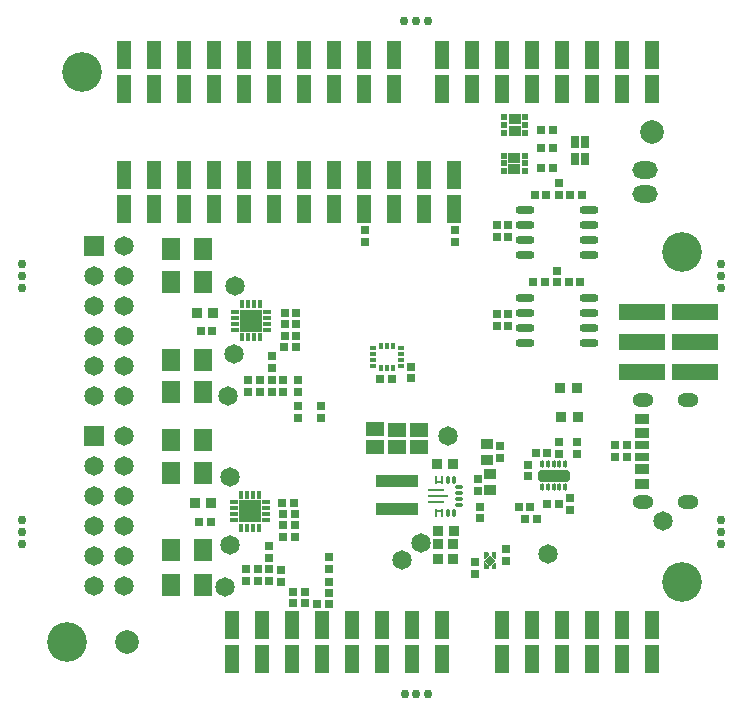
<source format=gts>
G04*
G04 #@! TF.GenerationSoftware,Altium Limited,Altium Designer,23.1.1 (15)*
G04*
G04 Layer_Color=8388736*
%FSLAX24Y24*%
%MOIN*%
G70*
G04*
G04 #@! TF.SameCoordinates,0A79AF00-5A7F-476D-9868-4C47CD430A8F*
G04*
G04*
G04 #@! TF.FilePolarity,Negative*
G04*
G01*
G75*
%ADD22R,0.0197X0.0098*%
G04:AMPARAMS|DCode=47|XSize=9.8mil|YSize=23.6mil|CornerRadius=1.5mil|HoleSize=0mil|Usage=FLASHONLY|Rotation=180.000|XOffset=0mil|YOffset=0mil|HoleType=Round|Shape=RoundedRectangle|*
%AMROUNDEDRECTD47*
21,1,0.0098,0.0207,0,0,180.0*
21,1,0.0069,0.0236,0,0,180.0*
1,1,0.0030,-0.0034,0.0103*
1,1,0.0030,0.0034,0.0103*
1,1,0.0030,0.0034,-0.0103*
1,1,0.0030,-0.0034,-0.0103*
%
%ADD47ROUNDEDRECTD47*%
%ADD54R,0.0592X0.0769*%
%ADD55R,0.0256X0.0276*%
%ADD56R,0.0276X0.0256*%
%ADD57R,0.0462X0.0922*%
%ADD58R,0.1560X0.0560*%
%ADD59C,0.0787*%
%ADD60R,0.0360X0.0380*%
%ADD61R,0.0512X0.0354*%
%ADD62R,0.0512X0.0339*%
%ADD63R,0.0512X0.0315*%
%ADD64R,0.0375X0.0355*%
%ADD65P,0.0334X4X90.0*%
%ADD66R,0.0118X0.0091*%
%ADD67R,0.0257X0.0296*%
%ADD68R,0.0157X0.0287*%
%ADD69R,0.0287X0.0157*%
%ADD70R,0.0768X0.0768*%
%ADD71R,0.0247X0.0158*%
%ADD72R,0.0158X0.0247*%
%ADD73R,0.0611X0.0493*%
%ADD74R,0.0355X0.0375*%
%ADD75R,0.1399X0.0446*%
%ADD76R,0.1399X0.0446*%
%ADD77R,0.0395X0.0375*%
G04:AMPARAMS|DCode=78|XSize=13.8mil|YSize=27.6mil|CornerRadius=4.4mil|HoleSize=0mil|Usage=FLASHONLY|Rotation=270.000|XOffset=0mil|YOffset=0mil|HoleType=Round|Shape=RoundedRectangle|*
%AMROUNDEDRECTD78*
21,1,0.0138,0.0187,0,0,270.0*
21,1,0.0049,0.0276,0,0,270.0*
1,1,0.0089,-0.0094,-0.0025*
1,1,0.0089,-0.0094,0.0025*
1,1,0.0089,0.0094,0.0025*
1,1,0.0089,0.0094,-0.0025*
%
%ADD78ROUNDEDRECTD78*%
G04:AMPARAMS|DCode=79|XSize=13.8mil|YSize=27.6mil|CornerRadius=4.4mil|HoleSize=0mil|Usage=FLASHONLY|Rotation=180.000|XOffset=0mil|YOffset=0mil|HoleType=Round|Shape=RoundedRectangle|*
%AMROUNDEDRECTD79*
21,1,0.0138,0.0187,0,0,180.0*
21,1,0.0049,0.0276,0,0,180.0*
1,1,0.0089,-0.0025,0.0094*
1,1,0.0089,0.0025,0.0094*
1,1,0.0089,0.0025,-0.0094*
1,1,0.0089,-0.0025,-0.0094*
%
%ADD79ROUNDEDRECTD79*%
G04:AMPARAMS|DCode=80|XSize=9.8mil|YSize=53.1mil|CornerRadius=1.5mil|HoleSize=0mil|Usage=FLASHONLY|Rotation=270.000|XOffset=0mil|YOffset=0mil|HoleType=Round|Shape=RoundedRectangle|*
%AMROUNDEDRECTD80*
21,1,0.0098,0.0502,0,0,270.0*
21,1,0.0069,0.0531,0,0,270.0*
1,1,0.0030,-0.0251,-0.0034*
1,1,0.0030,-0.0251,0.0034*
1,1,0.0030,0.0251,0.0034*
1,1,0.0030,0.0251,-0.0034*
%
%ADD80ROUNDEDRECTD80*%
G04:AMPARAMS|DCode=81|XSize=9.8mil|YSize=66.9mil|CornerRadius=1.5mil|HoleSize=0mil|Usage=FLASHONLY|Rotation=270.000|XOffset=0mil|YOffset=0mil|HoleType=Round|Shape=RoundedRectangle|*
%AMROUNDEDRECTD81*
21,1,0.0098,0.0640,0,0,270.0*
21,1,0.0069,0.0669,0,0,270.0*
1,1,0.0030,-0.0320,-0.0034*
1,1,0.0030,-0.0320,0.0034*
1,1,0.0030,0.0320,0.0034*
1,1,0.0030,0.0320,-0.0034*
%
%ADD81ROUNDEDRECTD81*%
%ADD82C,0.0651*%
%ADD83O,0.0631X0.0296*%
%ADD84R,0.0316X0.0395*%
%ADD85R,0.0220X0.0209*%
%ADD86R,0.0406X0.0323*%
G04:AMPARAMS|DCode=87|XSize=39.4mil|YSize=106.3mil|CornerRadius=6.4mil|HoleSize=0mil|Usage=FLASHONLY|Rotation=270.000|XOffset=0mil|YOffset=0mil|HoleType=Round|Shape=RoundedRectangle|*
%AMROUNDEDRECTD87*
21,1,0.0394,0.0935,0,0,270.0*
21,1,0.0266,0.1063,0,0,270.0*
1,1,0.0128,-0.0468,-0.0133*
1,1,0.0128,-0.0468,0.0133*
1,1,0.0128,0.0468,0.0133*
1,1,0.0128,0.0468,-0.0133*
%
%ADD87ROUNDEDRECTD87*%
G04:AMPARAMS|DCode=88|XSize=23.6mil|YSize=13.8mil|CornerRadius=4.4mil|HoleSize=0mil|Usage=FLASHONLY|Rotation=90.000|XOffset=0mil|YOffset=0mil|HoleType=Round|Shape=RoundedRectangle|*
%AMROUNDEDRECTD88*
21,1,0.0236,0.0049,0,0,90.0*
21,1,0.0148,0.0138,0,0,90.0*
1,1,0.0089,0.0025,0.0074*
1,1,0.0089,0.0025,-0.0074*
1,1,0.0089,-0.0025,-0.0074*
1,1,0.0089,-0.0025,0.0074*
%
%ADD88ROUNDEDRECTD88*%
%ADD89R,0.0296X0.0257*%
%ADD90O,0.0709X0.0472*%
%ADD91R,0.0651X0.0651*%
%ADD92O,0.0847X0.0572*%
%ADD93C,0.0296*%
%ADD94C,0.1320*%
G36*
X15411Y4404D02*
X15413Y4404D01*
X15416Y4403D01*
X15417Y4403D01*
X15420Y4401D01*
X15422Y4400D01*
X15423Y4399D01*
X15423Y4399D01*
X15542Y4281D01*
X15542Y4281D01*
X15543Y4279D01*
X15544Y4278D01*
X15546Y4274D01*
X15547Y4270D01*
X15547Y4270D01*
X15547Y4267D01*
X15547Y4267D01*
Y4176D01*
X15547Y4172D01*
X15546Y4168D01*
X15544Y4165D01*
X15542Y4162D01*
X15539Y4160D01*
X15535Y4158D01*
X15531Y4157D01*
X15528Y4156D01*
X15409D01*
X15406Y4157D01*
X15402Y4158D01*
X15398Y4160D01*
X15395Y4162D01*
X15393Y4165D01*
X15391Y4168D01*
X15390Y4172D01*
X15390Y4176D01*
X15390Y4385D01*
X15390Y4385D01*
X15390Y4387D01*
X15390Y4389D01*
X15391Y4391D01*
X15391Y4392D01*
X15393Y4396D01*
X15394Y4397D01*
X15395Y4399D01*
X15397Y4400D01*
X15398Y4401D01*
X15402Y4403D01*
X15406Y4404D01*
X15406Y4404D01*
X15409Y4404D01*
X15411Y4404D01*
D02*
G37*
G36*
X15744Y4365D02*
X15783D01*
X15787Y4365D01*
X15791Y4364D01*
X15794Y4362D01*
X15797Y4359D01*
X15800Y4356D01*
X15802Y4353D01*
X15803Y4349D01*
X15803Y4345D01*
Y4176D01*
X15803Y4172D01*
X15802Y4168D01*
X15800Y4165D01*
X15797Y4162D01*
X15794Y4160D01*
X15791Y4158D01*
X15787Y4157D01*
X15783Y4156D01*
X15665D01*
X15661Y4157D01*
X15658Y4158D01*
X15654Y4160D01*
X15651Y4162D01*
X15649Y4165D01*
X15647Y4168D01*
X15646Y4172D01*
X15646Y4176D01*
Y4267D01*
X15646Y4270D01*
X15647Y4273D01*
X15647Y4274D01*
X15649Y4278D01*
X15651Y4281D01*
X15651Y4281D01*
X15730Y4359D01*
X15733Y4362D01*
X15737Y4364D01*
X15737Y4364D01*
X15740Y4365D01*
X15742Y4365D01*
X15744Y4365D01*
X15744Y4365D01*
D02*
G37*
G36*
X15531Y4707D02*
X15535Y4706D01*
X15539Y4704D01*
X15542Y4702D01*
X15544Y4699D01*
X15546Y4695D01*
X15547Y4692D01*
X15547Y4688D01*
Y4597D01*
X15547Y4593D01*
X15546Y4591D01*
X15546Y4590D01*
X15544Y4586D01*
X15542Y4583D01*
X15542Y4583D01*
X15463Y4505D01*
X15460Y4502D01*
X15456Y4500D01*
X15456Y4500D01*
X15453Y4499D01*
X15451Y4499D01*
X15449Y4499D01*
X15449Y4499D01*
X15409D01*
X15406Y4499D01*
X15402Y4500D01*
X15398Y4502D01*
X15395Y4505D01*
X15393Y4508D01*
X15391Y4511D01*
X15390Y4515D01*
X15390Y4518D01*
Y4688D01*
X15390Y4692D01*
X15391Y4695D01*
X15393Y4699D01*
X15395Y4702D01*
X15398Y4704D01*
X15402Y4706D01*
X15406Y4707D01*
X15409Y4708D01*
X15528D01*
X15531Y4707D01*
D02*
G37*
G36*
X15787D02*
X15791Y4706D01*
X15794Y4704D01*
X15797Y4702D01*
X15800Y4699D01*
X15802Y4695D01*
X15803Y4692D01*
X15803Y4688D01*
Y4518D01*
X15803Y4515D01*
X15802Y4511D01*
X15800Y4508D01*
X15797Y4505D01*
X15794Y4502D01*
X15791Y4500D01*
X15787Y4499D01*
X15783Y4499D01*
X15744D01*
X15744Y4499D01*
X15742Y4499D01*
X15740Y4499D01*
X15737Y4500D01*
X15737Y4500D01*
X15733Y4502D01*
X15730Y4505D01*
X15651Y4583D01*
X15651Y4583D01*
X15649Y4586D01*
X15647Y4590D01*
X15647Y4591D01*
X15646Y4593D01*
X15646Y4597D01*
Y4688D01*
X15646Y4692D01*
X15647Y4695D01*
X15649Y4699D01*
X15651Y4702D01*
X15654Y4704D01*
X15658Y4706D01*
X15661Y4707D01*
X15665Y4708D01*
X15783D01*
X15787Y4707D01*
D02*
G37*
D22*
X13904Y7060D02*
D03*
X13904Y6095D02*
D03*
D47*
X14002Y7129D02*
D03*
X13805D02*
D03*
Y6026D02*
D03*
X14002D02*
D03*
D54*
X4961Y10049D02*
D03*
X6043D02*
D03*
X4961Y14813D02*
D03*
X6043D02*
D03*
X4961Y3612D02*
D03*
X6043D02*
D03*
X4961Y8435D02*
D03*
X6043D02*
D03*
Y11112D02*
D03*
X4961D02*
D03*
Y13713D02*
D03*
X6043D02*
D03*
X4961Y4776D02*
D03*
X6043D02*
D03*
X4961Y7355D02*
D03*
X6043D02*
D03*
D55*
X9199Y10042D02*
D03*
Y10436D02*
D03*
X9189Y9196D02*
D03*
Y9589D02*
D03*
X9435Y3005D02*
D03*
Y3398D02*
D03*
X9041Y3398D02*
D03*
Y3005D02*
D03*
X10222Y3339D02*
D03*
Y3733D02*
D03*
X17890Y8379D02*
D03*
Y7985D02*
D03*
X11413Y15052D02*
D03*
Y15446D02*
D03*
X14425Y15042D02*
D03*
Y15436D02*
D03*
X15813Y15603D02*
D03*
Y15209D02*
D03*
X17880Y17020D02*
D03*
Y16627D02*
D03*
X15833Y12660D02*
D03*
Y12267D02*
D03*
X17831Y14097D02*
D03*
Y13704D02*
D03*
X8697Y10436D02*
D03*
Y10042D02*
D03*
X8323Y11243D02*
D03*
Y10849D02*
D03*
X7929Y10446D02*
D03*
Y10052D02*
D03*
X9976Y9580D02*
D03*
Y9186D02*
D03*
X8618Y4127D02*
D03*
Y3733D02*
D03*
X8244Y4924D02*
D03*
Y4530D02*
D03*
X7860Y4146D02*
D03*
Y3753D02*
D03*
X10213Y4540D02*
D03*
Y4146D02*
D03*
X15252Y6233D02*
D03*
Y5839D02*
D03*
X15921Y8241D02*
D03*
Y7847D02*
D03*
X16866Y7631D02*
D03*
Y7237D02*
D03*
D56*
X10222Y2975D02*
D03*
X9829D02*
D03*
X18274Y16627D02*
D03*
X18667D02*
D03*
X17687Y18182D02*
D03*
X17294D02*
D03*
X16945Y6233D02*
D03*
X16551D02*
D03*
X17476Y16617D02*
D03*
X17083D02*
D03*
X18608Y13704D02*
D03*
X18215D02*
D03*
X17437D02*
D03*
X17043D02*
D03*
X17294Y17532D02*
D03*
X17687D02*
D03*
X17294Y18782D02*
D03*
X17687D02*
D03*
X9130Y11538D02*
D03*
X8736D02*
D03*
X9140Y12680D02*
D03*
X8746D02*
D03*
X9081Y5219D02*
D03*
X8687D02*
D03*
X9071Y6361D02*
D03*
X8677D02*
D03*
X20154Y7877D02*
D03*
X19760D02*
D03*
X20154Y8270D02*
D03*
X19760D02*
D03*
X17486Y6331D02*
D03*
X17880D02*
D03*
X17112Y8024D02*
D03*
X17506D02*
D03*
X16758Y5810D02*
D03*
X17152D02*
D03*
D57*
X10400Y21300D02*
D03*
X6400D02*
D03*
X10400Y20146D02*
D03*
X6400Y20146D02*
D03*
X12400Y21300D02*
D03*
X11400D02*
D03*
X8400D02*
D03*
X7400D02*
D03*
X5400D02*
D03*
X4400D02*
D03*
X12400Y20146D02*
D03*
X11400D02*
D03*
X8400D02*
D03*
X7400D02*
D03*
X5400D02*
D03*
X4400Y20146D02*
D03*
X9400Y21300D02*
D03*
X3400D02*
D03*
X9400Y20146D02*
D03*
X3400D02*
D03*
X9000Y1146D02*
D03*
X13000D02*
D03*
X9000Y2300D02*
D03*
X13000D02*
D03*
X8000Y1146D02*
D03*
X7000D02*
D03*
X12000D02*
D03*
X11000D02*
D03*
X14000D02*
D03*
X8000Y2300D02*
D03*
X7000D02*
D03*
X12000Y2300D02*
D03*
X11000Y2300D02*
D03*
X14000D02*
D03*
X10000Y1146D02*
D03*
Y2300D02*
D03*
X18000Y1146D02*
D03*
Y2300D02*
D03*
X16000Y1146D02*
D03*
X17000D02*
D03*
X20000D02*
D03*
X21000D02*
D03*
X16000Y2300D02*
D03*
X17000D02*
D03*
X20000D02*
D03*
X21000D02*
D03*
X19000Y1146D02*
D03*
X19000Y2300D02*
D03*
X14404Y17300D02*
D03*
Y16146D02*
D03*
X13404Y17300D02*
D03*
Y16146D02*
D03*
X9404Y17300D02*
D03*
Y16146D02*
D03*
X10404Y17300D02*
D03*
Y16146D02*
D03*
X4404Y17300D02*
D03*
Y16146D02*
D03*
X5404D02*
D03*
Y17300D02*
D03*
X6404Y16146D02*
D03*
Y17300D02*
D03*
X8404Y16146D02*
D03*
Y17300D02*
D03*
X7404Y16146D02*
D03*
Y17300D02*
D03*
X3404D02*
D03*
Y16146D02*
D03*
X12404D02*
D03*
Y17300D02*
D03*
X11404Y16146D02*
D03*
Y17300D02*
D03*
X18000Y20146D02*
D03*
Y21300D02*
D03*
X14000Y20146D02*
D03*
X17000D02*
D03*
X16000Y20146D02*
D03*
X21000Y20146D02*
D03*
X20000D02*
D03*
X14000Y21300D02*
D03*
X17000D02*
D03*
X16000D02*
D03*
X21000D02*
D03*
X20000D02*
D03*
X15000Y20146D02*
D03*
X19000D02*
D03*
X15000Y21300D02*
D03*
X19000D02*
D03*
D58*
X22425Y10723D02*
D03*
X20675D02*
D03*
X22425Y11723D02*
D03*
X20675D02*
D03*
X22425Y12723D02*
D03*
X20675D02*
D03*
D59*
X3500Y1723D02*
D03*
X21000Y18723D02*
D03*
D60*
X18519Y9215D02*
D03*
X17968D02*
D03*
X17940Y10170D02*
D03*
X18490D02*
D03*
D61*
X20669Y6991D02*
D03*
Y9156D02*
D03*
D62*
Y8672D02*
D03*
Y7475D02*
D03*
D63*
Y8270D02*
D03*
Y7877D02*
D03*
D64*
X13860Y4469D02*
D03*
Y5000D02*
D03*
X14352D02*
D03*
Y4469D02*
D03*
D65*
X15596Y4432D02*
D03*
D66*
X15468Y4221D02*
D03*
X15724Y4643D02*
D03*
X15468D02*
D03*
X15724Y4221D02*
D03*
D67*
X7545Y10446D02*
D03*
Y10052D02*
D03*
X16197Y15603D02*
D03*
Y15209D02*
D03*
X16207Y12267D02*
D03*
Y12660D02*
D03*
X12978Y10505D02*
D03*
Y10898D02*
D03*
X8313Y10042D02*
D03*
Y10436D02*
D03*
X8244Y3743D02*
D03*
Y4137D02*
D03*
X7476Y3753D02*
D03*
Y4146D02*
D03*
X15203Y7139D02*
D03*
Y6745D02*
D03*
X15098Y4380D02*
D03*
Y3986D02*
D03*
X16138Y4412D02*
D03*
Y4806D02*
D03*
X18274Y6125D02*
D03*
Y6518D02*
D03*
X18490Y8389D02*
D03*
Y7995D02*
D03*
D68*
X7919Y11879D02*
D03*
X7722D02*
D03*
X7526D02*
D03*
X7329D02*
D03*
X7919Y12969D02*
D03*
X7722D02*
D03*
X7526D02*
D03*
X7329D02*
D03*
X7303Y6621D02*
D03*
X7500D02*
D03*
X7697D02*
D03*
X7894D02*
D03*
X7303Y5530D02*
D03*
X7500D02*
D03*
X7697D02*
D03*
X7894D02*
D03*
D69*
X8169Y12719D02*
D03*
Y12522D02*
D03*
Y12326D02*
D03*
Y12129D02*
D03*
X7079Y12719D02*
D03*
Y12522D02*
D03*
Y12326D02*
D03*
Y12129D02*
D03*
X7053Y5780D02*
D03*
Y5977D02*
D03*
Y6174D02*
D03*
Y6371D02*
D03*
X8144Y5780D02*
D03*
Y5977D02*
D03*
Y6174D02*
D03*
Y6371D02*
D03*
D70*
X7624Y12424D02*
D03*
X7598Y6076D02*
D03*
D71*
X11704Y11518D02*
D03*
Y11322D02*
D03*
Y11125D02*
D03*
Y10928D02*
D03*
X12619D02*
D03*
Y11125D02*
D03*
Y11322D02*
D03*
Y11518D02*
D03*
D72*
X11965Y10864D02*
D03*
X12161D02*
D03*
X12358D02*
D03*
Y11582D02*
D03*
X12161D02*
D03*
X11965D02*
D03*
D73*
X11768Y8802D02*
D03*
Y8211D02*
D03*
X12506Y8202D02*
D03*
Y8792D02*
D03*
X13224Y8202D02*
D03*
Y8792D02*
D03*
D74*
X6354Y12680D02*
D03*
X5823D02*
D03*
X13860Y5423D02*
D03*
X14392D02*
D03*
X5774Y6351D02*
D03*
X6305D02*
D03*
X14360Y7657D02*
D03*
X13829D02*
D03*
D75*
X12496Y6150D02*
D03*
D76*
Y7083D02*
D03*
D77*
X15596Y7326D02*
D03*
Y6774D02*
D03*
X15488Y7778D02*
D03*
Y8330D02*
D03*
D78*
X14563Y6282D02*
D03*
Y6479D02*
D03*
Y6676D02*
D03*
Y6873D02*
D03*
D79*
X14396Y7129D02*
D03*
X14199D02*
D03*
Y6026D02*
D03*
X14396D02*
D03*
D80*
X13805Y6774D02*
D03*
Y6381D02*
D03*
D81*
X13874Y6578D02*
D03*
D82*
X7093Y13585D02*
D03*
X6935Y7207D02*
D03*
X6856Y9924D02*
D03*
X7063Y11312D02*
D03*
X6768Y3546D02*
D03*
X6925Y4954D02*
D03*
X14183Y8593D02*
D03*
X13280Y5003D02*
D03*
X21354Y5741D02*
D03*
X12663Y4461D02*
D03*
X17535Y4639D02*
D03*
X3390Y3599D02*
D03*
X2390D02*
D03*
X3390Y4599D02*
D03*
X2390D02*
D03*
X3390Y5599D02*
D03*
X2390D02*
D03*
X3390Y6599D02*
D03*
X2390D02*
D03*
X3390Y7599D02*
D03*
X2390D02*
D03*
X3390Y8599D02*
D03*
Y9926D02*
D03*
X2390D02*
D03*
X3390Y10926D02*
D03*
X2390D02*
D03*
X3390Y11926D02*
D03*
X2390D02*
D03*
X3390Y12926D02*
D03*
X2390D02*
D03*
X3390Y13926D02*
D03*
X2390D02*
D03*
X3390Y14926D02*
D03*
D83*
X18894Y14617D02*
D03*
Y15117D02*
D03*
Y15617D02*
D03*
Y16117D02*
D03*
X16748Y14617D02*
D03*
Y15117D02*
D03*
Y15617D02*
D03*
Y16117D02*
D03*
Y13187D02*
D03*
Y12687D02*
D03*
Y12187D02*
D03*
Y11687D02*
D03*
X18894Y13187D02*
D03*
Y12687D02*
D03*
Y12187D02*
D03*
Y11687D02*
D03*
D84*
X18441Y18398D02*
D03*
Y17828D02*
D03*
X18776D02*
D03*
Y18398D02*
D03*
D85*
X16059Y19206D02*
D03*
Y18950D02*
D03*
Y18694D02*
D03*
X16772D02*
D03*
Y18950D02*
D03*
Y19206D02*
D03*
X16764Y17931D02*
D03*
Y17675D02*
D03*
Y17419D02*
D03*
X16051D02*
D03*
Y17675D02*
D03*
Y17931D02*
D03*
D86*
X16415Y19137D02*
D03*
Y18763D02*
D03*
X16408Y17488D02*
D03*
Y17862D02*
D03*
D87*
X17713Y7267D02*
D03*
D88*
X17319Y6893D02*
D03*
X17516D02*
D03*
X17713D02*
D03*
X17909D02*
D03*
X18106D02*
D03*
X17319Y7641D02*
D03*
X17516D02*
D03*
X17713D02*
D03*
X17909D02*
D03*
X18106D02*
D03*
D89*
X12329Y10475D02*
D03*
X11935D02*
D03*
X9140Y11922D02*
D03*
X8746D02*
D03*
X9140Y12306D02*
D03*
X8746D02*
D03*
X5951Y12099D02*
D03*
X6344D02*
D03*
X9081Y5603D02*
D03*
X8687D02*
D03*
X9081Y5977D02*
D03*
X8687D02*
D03*
X5892Y5731D02*
D03*
X6285D02*
D03*
D90*
X22197Y6373D02*
D03*
Y9774D02*
D03*
X20701Y6373D02*
D03*
Y9774D02*
D03*
D91*
X2390Y8599D02*
D03*
Y14926D02*
D03*
D92*
X20774Y16666D02*
D03*
Y17454D02*
D03*
D93*
X13137Y22403D02*
D03*
X13531D02*
D03*
X12743D02*
D03*
X12746Y0D02*
D03*
X13533D02*
D03*
X13140D02*
D03*
X23300Y13927D02*
D03*
Y14320D02*
D03*
Y13533D02*
D03*
X23300Y5382D02*
D03*
Y5776D02*
D03*
Y4988D02*
D03*
X-0Y4988D02*
D03*
Y5776D02*
D03*
Y5382D02*
D03*
Y13533D02*
D03*
Y14320D02*
D03*
Y13927D02*
D03*
D94*
X22000Y3723D02*
D03*
Y14723D02*
D03*
X1500Y1723D02*
D03*
X2000Y20723D02*
D03*
M02*

</source>
